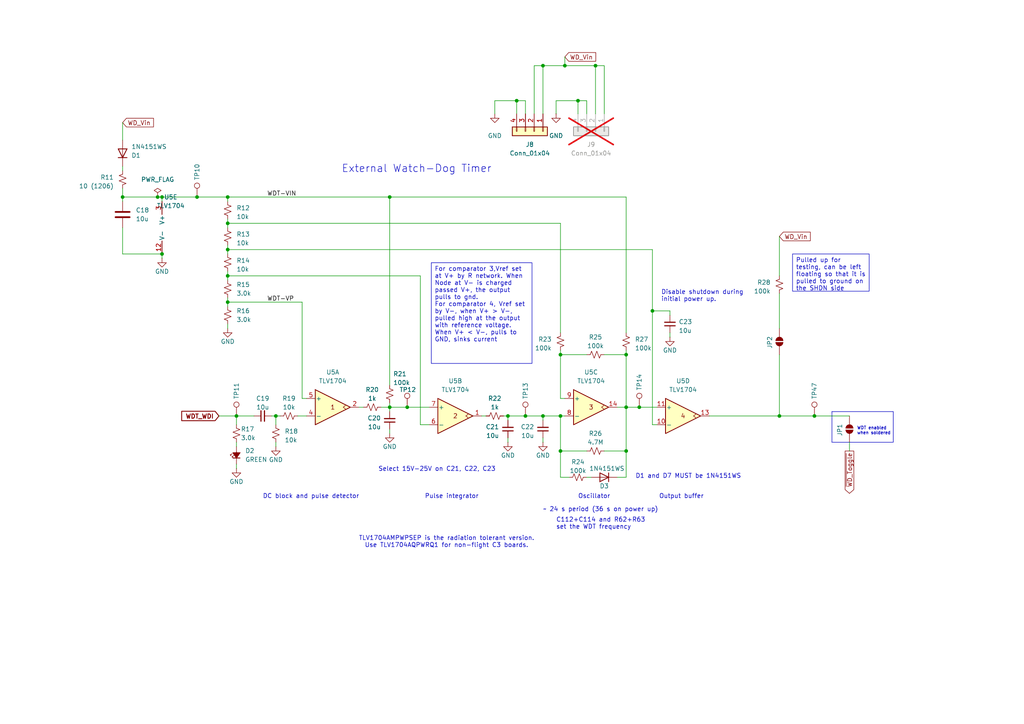
<source format=kicad_sch>
(kicad_sch (version 20250114) (generator "eeschema") (generator_version "9.0")
  (paper "A4")
  (lib_symbols
    (symbol "Connector:TestPoint" (pin_numbers (hide yes)) (pin_names (offset 0.762) (hide yes))
      (property "Reference" "TP" (at 0 6.858 0))
      (property "Value" "TestPoint" (at 0 5.08 0))
      (symbol "TestPoint_0_1"
        (circle (center 0 3.302) (radius 0.762))
      )
      (symbol "TestPoint_1_1"
        (pin passive line (at 0 0 90) (length 2.54) (name "1") (number "1"))
      )
    )
    (symbol "Connector_Generic:Conn_01x04" (pin_names (offset 1.016) (hide yes))
      (property "Reference" "J" (at 0 5.08 0))
      (property "Value" "Conn_01x04" (at 0 -7.62 0))
      (symbol "Conn_01x04_1_1"
        (rectangle (start -1.27 3.81) (end 1.27 -6.35) (stroke (width 0.254)) (fill (type background)))
        (rectangle (start -1.27 2.667) (end 0 2.413) (stroke (width 0.1524)))
        (rectangle (start -1.27 0.127) (end 0 -0.127) (stroke (width 0.1524)))
        (rectangle (start -1.27 -2.413) (end 0 -2.667) (stroke (width 0.1524)))
        (rectangle (start -1.27 -4.953) (end 0 -5.207) (stroke (width 0.1524)))
        (pin passive line (at -5.08 2.54 0) (length 3.81) (name "Pin_1") (number "1"))
        (pin passive line (at -5.08 0 0) (length 3.81) (name "Pin_2") (number "2"))
        (pin passive line (at -5.08 -2.54 0) (length 3.81) (name "Pin_3") (number "3"))
        (pin passive line (at -5.08 -5.08 0) (length 3.81) (name "Pin_4") (number "4"))
      )
    )
    (symbol "Device:C" (pin_numbers (hide yes)) (pin_names (offset 0.254))
      (property "Reference" "C" (at 0.635 2.54 0))
      (property "Value" "C" (at 0.635 -2.54 0))
      (symbol "C_0_1"
        (polyline (pts (xy -2.032 0.762) (xy 2.032 0.762)) (stroke (width 0.508)))
        (polyline (pts (xy -2.032 -0.762) (xy 2.032 -0.762)) (stroke (width 0.508)))
      )
      (symbol "C_1_1"
        (pin passive line (at 0 3.81 270) (length 2.794) (name "~") (number "1"))
        (pin passive line (at 0 -3.81 90) (length 2.794) (name "~") (number "2"))
      )
    )
    (symbol "Device:C_Small" (pin_numbers (hide yes)) (pin_names (offset 0.254) (hide yes))
      (property "Reference" "C" (at 0.254 1.778 0))
      (property "Value" "C_Small" (at 0.254 -2.032 0))
      (symbol "C_Small_0_1"
        (polyline (pts (xy -1.524 0.508) (xy 1.524 0.508)) (stroke (width 0.3048)))
        (polyline (pts (xy -1.524 -0.508) (xy 1.524 -0.508)) (stroke (width 0.3302)))
      )
      (symbol "C_Small_1_1"
        (pin passive line (at 0 2.54 270) (length 2.032) (name "~") (number "1"))
        (pin passive line (at 0 -2.54 90) (length 2.032) (name "~") (number "2"))
      )
    )
    (symbol "Device:D" (pin_numbers (hide yes)) (pin_names (offset 1.016) (hide yes))
      (property "Reference" "D" (at 0 2.54 0))
      (property "Value" "D" (at 0 -2.54 0))
      (symbol "D_0_1"
        (polyline (pts (xy -1.27 1.27) (xy -1.27 -1.27)) (stroke (width 0.254)))
        (polyline (pts (xy 1.27 1.27) (xy 1.27 -1.27) (xy -1.27 0) (xy 1.27 1.27)) (stroke (width 0.254)))
        (polyline (pts (xy 1.27 0) (xy -1.27 0)))
      )
      (symbol "D_1_1"
        (pin passive line (at -3.81 0 0) (length 2.54) (name "K") (number "1"))
        (pin passive line (at 3.81 0 180) (length 2.54) (name "A") (number "2"))
      )
    )
    (symbol "Device:LED_Small_Filled" (pin_numbers (hide yes)) (pin_names (offset 0.254) (hide yes))
      (property "Reference" "D" (at -1.27 3.175 0))
      (property "Value" "LED_Small_Filled" (at -4.445 -2.54 0))
      (symbol "LED_Small_Filled_0_1"
        (polyline (pts (xy -0.762 -1.016) (xy -0.762 1.016)) (stroke (width 0.254)))
        (polyline (pts (xy 0 0.762) (xy -0.508 1.27) (xy -0.254 1.27) (xy -0.508 1.27) (xy -0.508 1.016)))
        (polyline (pts (xy 0.508 1.27) (xy 0 1.778) (xy 0.254 1.778) (xy 0 1.778) (xy 0 1.524)))
        (polyline (pts (xy 0.762 -1.016) (xy -0.762 0) (xy 0.762 1.016) (xy 0.762 -1.016)) (stroke (width 0.254)) (fill (type outline)))
        (polyline (pts (xy 1.016 0) (xy -0.762 0)))
      )
      (symbol "LED_Small_Filled_1_1"
        (pin passive line (at -2.54 0 0) (length 1.778) (name "K") (number "1"))
        (pin passive line (at 2.54 0 180) (length 1.778) (name "A") (number "2"))
      )
    )
    (symbol "Device:R_Small_US" (pin_numbers (hide yes)) (pin_names (offset 0.254) (hide yes))
      (property "Reference" "R" (at 0.762 0.508 0))
      (property "Value" "R_Small_US" (at 0.762 -1.016 0))
      (symbol "R_Small_US_1_1"
        (polyline (pts (xy 0 1.524) (xy 1.016 1.143) (xy 0 0.762) (xy -1.016 0.381) (xy 0 0)))
        (polyline (pts (xy 0 0) (xy 1.016 -0.381) (xy 0 -0.762) (xy -1.016 -1.143) (xy 0 -1.524)))
        (pin passive line (at 0 2.54 270) (length 1.016) (name "~") (number "1"))
        (pin passive line (at 0 -2.54 90) (length 1.016) (name "~") (number "2"))
      )
    )
    (symbol "Jumper:SolderJumper_2_Open" (pin_numbers (hide yes)) (pin_names (offset 0) (hide yes)) (exclude_from_sim yes) (in_bom no)
      (property "Reference" "JP" (at 0 2.032 0))
      (property "Value" "SolderJumper_2_Open" (at 0 -2.54 0))
      (symbol "SolderJumper_2_Open_0_1"
        (polyline (pts (xy -0.254 1.016) (xy -0.254 -1.016)))
        (arc (start -0.254 -1.016) (mid -1.2656 0) (end -0.254 1.016))
        (arc (start -0.254 -1.016) (mid -1.2656 0) (end -0.254 1.016) (fill (type outline)))
        (arc (start 0.254 1.016) (mid 1.2656 0) (end 0.254 -1.016))
        (arc (start 0.254 1.016) (mid 1.2656 0) (end 0.254 -1.016) (fill (type outline)))
        (polyline (pts (xy 0.254 1.016) (xy 0.254 -1.016)))
      )
      (symbol "SolderJumper_2_Open_1_1"
        (pin passive line (at -3.81 0 0) (length 2.54) (name "A") (number "1"))
        (pin passive line (at 3.81 0 180) (length 2.54) (name "B") (number "2"))
      )
    )
    (symbol "TLV1704:TLV1704AIPWR" (pin_names (offset 0.127))
      (property "Reference" "U4" (at 0 8.89 0))
      (property "Value" "TLV1704" (at 0 6.35 0))
      (symbol "TLV1704AIPWR_1_1"
        (polyline (pts (xy -5.08 5.08) (xy 5.08 0) (xy -5.08 -5.08) (xy -5.08 5.08)) (stroke (width 0.254)) (fill (type background)))
        (polyline (pts (xy 3.048 0) (xy 3.81 -0.635)))
        (polyline (pts (xy 3.81 0.635) (xy 3.048 0)))
        (text "1" (at 0 0 0) (effects (font (size 1.27 1.27))))
        (pin input line (at -7.62 2.54 0) (length 2.54) (name "+") (number "5"))
        (pin input line (at -7.62 -2.54 0) (length 2.54) (name "-") (number "4"))
        (pin open_collector line (at 7.62 0 180) (length 2.54) (name "~") (number "2"))
      )
      (symbol "TLV1704AIPWR_2_1"
        (polyline (pts (xy -5.08 5.08) (xy 5.08 0) (xy -5.08 -5.08) (xy -5.08 5.08)) (stroke (width 0.254)) (fill (type background)))
        (polyline (pts (xy 3.048 0) (xy 3.81 -0.635)))
        (polyline (pts (xy 3.81 0.635) (xy 3.048 0)))
        (text "2" (at 0 0 0) (effects (font (size 1.27 1.27))))
        (pin input line (at -7.62 2.54 0) (length 2.54) (name "+") (number "7"))
        (pin input line (at -7.62 -2.54 0) (length 2.54) (name "-") (number "6"))
        (pin open_collector line (at 7.62 0 180) (length 2.54) (name "~") (number "1"))
      )
      (symbol "TLV1704AIPWR_3_1"
        (polyline (pts (xy -5.08 5.08) (xy 5.08 0) (xy -5.08 -5.08) (xy -5.08 5.08)) (stroke (width 0.254)) (fill (type background)))
        (polyline (pts (xy 3.048 0) (xy 3.81 -0.635)))
        (polyline (pts (xy 3.81 0.635) (xy 3.048 0)))
        (text "3" (at 0 0 0) (effects (font (size 1.27 1.27))))
        (pin input line (at -7.62 2.54 0) (length 2.54) (name "+") (number "9"))
        (pin input line (at -7.62 -2.54 0) (length 2.54) (name "-") (number "8"))
        (pin open_collector line (at 7.62 0 180) (length 2.54) (name "~") (number "14"))
      )
      (symbol "TLV1704AIPWR_4_1"
        (polyline (pts (xy -5.08 5.08) (xy 5.08 0) (xy -5.08 -5.08) (xy -5.08 5.08)) (stroke (width 0.254)) (fill (type background)))
        (polyline (pts (xy 3.048 0) (xy 3.81 -0.635)))
        (polyline (pts (xy 3.81 0.635) (xy 3.048 0)))
        (text "4" (at 0 0 0) (effects (font (size 1.27 1.27))))
        (pin input line (at -7.62 2.54 0) (length 2.54) (name "+") (number "11"))
        (pin input line (at -7.62 -2.54 0) (length 2.54) (name "-") (number "10"))
        (pin open_collector line (at 7.62 0 180) (length 2.54) (name "~") (number "13"))
      )
      (symbol "TLV1704AIPWR_5_1"
        (pin power_in line (at -2.54 7.62 270) (length 3.81) (name "V+") (number "3"))
        (pin power_in line (at -2.54 -7.62 90) (length 3.81) (name "V-") (number "12"))
      )
    )
    (symbol "power:GND" (power) (pin_numbers (hide yes)) (pin_names (offset 0) (hide yes))
      (property "Value" "GND" (at 0 -3.81 0))
      (symbol "GND_0_1"
        (polyline (pts (xy 0 0) (xy 0 -1.27) (xy 1.27 -1.27) (xy 0 -2.54) (xy -1.27 -1.27) (xy 0 -1.27)))
      )
      (symbol "GND_1_1"
        (pin power_in line (at 0 0 270) (length 0) (name "~") (number "1"))
      )
    )
    (symbol "power:PWR_FLAG" (power) (pin_numbers (hide yes)) (pin_names (offset 0) (hide yes))
      (property "Value" "PWR_FLAG" (at 0 3.81 0))
      (symbol "PWR_FLAG_0_0"
        (pin power_out line (at 0 0 90) (length 0) (name "~") (number "1"))
      )
      (symbol "PWR_FLAG_0_1"
        (polyline (pts (xy 0 0) (xy 0 1.27) (xy -1.016 1.905) (xy 0 2.54) (xy 1.016 1.905) (xy 0 1.27)))
      )
    )
  )
  (text "Pulse integrator" (at 123.19 144.78 0) (effects (font (size 1.27 1.27)) (justify left bottom)))
  (text "D1 and D7 MUST be 1N4151WS" (at 199.644 138.176 0) (effects (font (size 1.27 1.27))))
  (text "TLV1704AMPWPSEP is the radiation tolerant version.\nUse TLV1704AQPWRQ1 for non-flight C3 boards." (at 129.54 157.226 0) (effects (font (size 1.27 1.27))))
  (text "DC block and pulse detector" (at 76.2 144.78 0) (effects (font (size 1.27 1.27)) (justify left bottom)))
  (text "Select 15V-25V on C21, C22, C23" (at 126.746 136.144 0) (effects (font (size 1.27 1.27))))
  (text "WDT enabled\nwhen soldered" (at 248.539 126.238 0) (effects (font (size 0.889 0.889)) (justify left bottom)))
  (text "Disable shutdown during\ninitial power up." (at 191.77 87.63 0) (effects (font (size 1.27 1.27)) (justify left bottom)))
  (text "C112+C114 and R62+R63 \nset the WDT frequency" (at 161.29 153.67 0) (effects (font (size 1.27 1.27)) (justify left bottom)))
  (text "Oscillator" (at 167.64 144.78 0) (effects (font (size 1.27 1.27)) (justify left bottom)))
  (text "~ 24 s period (36 s on power up)" (at 157.48 148.59 0) (effects (font (size 1.27 1.27)) (justify left bottom)))
  (text "Output buffer" (at 191.135 144.78 0) (effects (font (size 1.27 1.27)) (justify left bottom)))
  (text "External Watch-Dog Timer" (at 99.06 50.292 0) (effects (font (size 2.159 2.159)) (justify left bottom)))
  (text_box "Pulled up for testing, can be left floating so that it is pulled to ground on the SHDN side" (at 229.87 73.66 0) (size 22.225 10.795) (margins 0.9525 0.9525 0.9525 0.9525) (effects (font (size 1.27 1.27)) (justify left top)))
  (text_box "For comparator 3,Vref set at V+ by R network. When Node at V- is charged passed V+, the output pulls to gnd.\nFor comparator 4, Vref set by V-, when V+ > V-, pulled high at the output with reference voltage. When V+ < V-, pulls to GND, sinks current\n\n" (at 125.095 76.2 0) (size 29.21 29.21) (margins 0.9525 0.9525 0.9525 0.9525) (effects (font (size 1.27 1.27)) (justify left top)))
  (junction (at 66.04 72.39))
  (junction (at 149.86 29.21))
  (junction (at 46.99 57.15))
  (junction (at 66.04 80.01))
  (junction (at 113.03 118.11))
  (junction (at 226.06 120.65))
  (junction (at 189.23 90.17))
  (junction (at 35.56 57.15))
  (junction (at 147.32 120.65))
  (junction (at 163.83 19.05))
  (junction (at 181.61 102.87))
  (junction (at 152.4 120.65))
  (junction (at 181.61 130.81))
  (junction (at 181.61 118.11))
  (junction (at 113.03 57.15))
  (junction (at 80.01 120.65))
  (junction (at 236.22 120.65))
  (junction (at 66.04 57.15))
  (junction (at 57.15 57.15))
  (junction (at 46.99 73.66))
  (junction (at 172.72 19.05))
  (junction (at 162.56 130.81))
  (junction (at 185.42 118.11))
  (junction (at 162.56 120.65))
  (junction (at 68.58 120.65))
  (junction (at 66.04 64.77))
  (junction (at 167.64 29.21))
  (junction (at 45.72 57.15))
  (junction (at 162.56 102.87))
  (junction (at 157.48 19.05))
  (junction (at 157.48 120.65))
  (junction (at 66.04 87.63))
  (junction (at 118.11 118.11))
  (wire (pts (xy 110.49 118.11) (xy 113.03 118.11)))
  (wire (pts (xy 113.03 125.73) (xy 113.03 124.46)))
  (wire (pts (xy 189.23 123.19) (xy 190.5 123.19)))
  (wire (pts (xy 68.58 120.65) (xy 73.66 120.65)))
  (polyline (pts (xy 259.08 119.38) (xy 259.08 128.27)))
  (wire (pts (xy 147.32 120.65) (xy 152.4 120.65)))
  (wire (pts (xy 226.06 120.65) (xy 236.22 120.65)))
  (wire (pts (xy 175.26 19.05) (xy 172.72 19.05)))
  (wire (pts (xy 194.31 97.79) (xy 194.31 96.52)))
  (wire (pts (xy 46.99 58.42) (xy 46.99 57.15)))
  (wire (pts (xy 181.61 118.11) (xy 185.42 118.11)))
  (wire (pts (xy 35.56 57.15) (xy 45.72 57.15)))
  (wire (pts (xy 157.48 19.05) (xy 163.83 19.05)))
  (wire (pts (xy 157.48 128.27) (xy 157.48 127)))
  (wire (pts (xy 113.03 118.11) (xy 118.11 118.11)))
  (wire (pts (xy 162.56 101.6) (xy 162.56 102.87)))
  (wire (pts (xy 35.56 57.15) (xy 35.56 58.42)))
  (wire (pts (xy 172.72 19.05) (xy 163.83 19.05)))
  (wire (pts (xy 154.94 19.05) (xy 157.48 19.05)))
  (wire (pts (xy 149.86 29.21) (xy 143.51 29.21)))
  (wire (pts (xy 194.31 91.44) (xy 194.31 90.17)))
  (wire (pts (xy 236.22 120.65) (xy 246.38 120.65)))
  (wire (pts (xy 66.04 80.01) (xy 121.92 80.01)))
  (wire (pts (xy 66.04 80.01) (xy 66.04 81.28)))
  (wire (pts (xy 118.11 118.11) (xy 124.46 118.11)))
  (polyline (pts (xy 259.08 128.27) (xy 241.3 128.27)))
  (wire (pts (xy 167.64 29.21) (xy 161.29 29.21)))
  (wire (pts (xy 167.64 33.02) (xy 167.64 29.21)))
  (wire (pts (xy 189.23 72.39) (xy 189.23 90.17)))
  (wire (pts (xy 35.56 73.66) (xy 46.99 73.66)))
  (wire (pts (xy 86.36 120.65) (xy 88.9 120.65)))
  (wire (pts (xy 146.05 120.65) (xy 147.32 120.65)))
  (wire (pts (xy 143.51 29.21) (xy 143.51 33.02)))
  (wire (pts (xy 66.04 87.63) (xy 66.04 88.9)))
  (wire (pts (xy 162.56 120.65) (xy 163.83 120.65)))
  (wire (pts (xy 167.64 29.21) (xy 170.18 29.21)))
  (wire (pts (xy 162.56 130.81) (xy 162.56 120.65)))
  (wire (pts (xy 46.99 74.93) (xy 46.99 73.66)))
  (polyline (pts (xy 241.3 128.27) (xy 241.3 119.38)))
  (wire (pts (xy 66.04 72.39) (xy 189.23 72.39)))
  (wire (pts (xy 63.5 120.65) (xy 68.58 120.65)))
  (wire (pts (xy 80.01 128.27) (xy 80.01 129.54)))
  (wire (pts (xy 226.06 102.87) (xy 226.06 120.65)))
  (wire (pts (xy 175.26 33.02) (xy 175.26 19.05)))
  (wire (pts (xy 181.61 130.81) (xy 181.61 118.11)))
  (wire (pts (xy 152.4 29.21) (xy 152.4 33.02)))
  (wire (pts (xy 66.04 64.77) (xy 162.56 64.77)))
  (wire (pts (xy 121.92 80.01) (xy 121.92 123.19)))
  (wire (pts (xy 149.86 33.02) (xy 149.86 29.21)))
  (wire (pts (xy 66.04 87.63) (xy 87.63 87.63)))
  (wire (pts (xy 170.18 29.21) (xy 170.18 33.02)))
  (wire (pts (xy 113.03 57.15) (xy 66.04 57.15)))
  (wire (pts (xy 162.56 102.87) (xy 170.18 102.87)))
  (wire (pts (xy 175.26 130.81) (xy 181.61 130.81)))
  (wire (pts (xy 189.23 90.17) (xy 189.23 123.19)))
  (wire (pts (xy 157.48 19.05) (xy 157.48 33.02)))
  (wire (pts (xy 35.56 35.56) (xy 35.56 40.64)))
  (wire (pts (xy 66.04 58.42) (xy 66.04 57.15)))
  (wire (pts (xy 66.04 78.74) (xy 66.04 80.01)))
  (wire (pts (xy 162.56 115.57) (xy 162.56 102.87)))
  (wire (pts (xy 87.63 87.63) (xy 87.63 115.57)))
  (wire (pts (xy 175.26 102.87) (xy 181.61 102.87)))
  (wire (pts (xy 113.03 57.15) (xy 181.61 57.15)))
  (wire (pts (xy 246.38 128.27) (xy 246.38 130.81)))
  (wire (pts (xy 66.04 63.5) (xy 66.04 64.77)))
  (wire (pts (xy 46.99 57.15) (xy 57.15 57.15)))
  (wire (pts (xy 66.04 71.12) (xy 66.04 72.39)))
  (wire (pts (xy 35.56 66.04) (xy 35.56 73.66)))
  (wire (pts (xy 181.61 102.87) (xy 181.61 118.11)))
  (wire (pts (xy 170.18 130.81) (xy 162.56 130.81)))
  (wire (pts (xy 66.04 64.77) (xy 66.04 66.04)))
  (wire (pts (xy 113.03 118.11) (xy 113.03 116.84)))
  (wire (pts (xy 163.83 19.05) (xy 163.83 16.51)))
  (wire (pts (xy 78.74 120.65) (xy 80.01 120.65)))
  (wire (pts (xy 68.58 128.27) (xy 68.58 129.54)))
  (wire (pts (xy 121.92 123.19) (xy 124.46 123.19)))
  (wire (pts (xy 66.04 93.98) (xy 66.04 95.25)))
  (wire (pts (xy 35.56 48.26) (xy 35.56 49.53)))
  (wire (pts (xy 162.56 138.43) (xy 162.56 130.81)))
  (wire (pts (xy 57.15 57.15) (xy 66.04 57.15)))
  (wire (pts (xy 68.58 123.19) (xy 68.58 120.65)))
  (wire (pts (xy 185.42 118.11) (xy 190.5 118.11)))
  (wire (pts (xy 172.72 33.02) (xy 172.72 19.05)))
  (wire (pts (xy 162.56 138.43) (xy 165.1 138.43)))
  (wire (pts (xy 66.04 86.36) (xy 66.04 87.63)))
  (wire (pts (xy 139.7 120.65) (xy 140.97 120.65)))
  (polyline (pts (xy 241.3 119.38) (xy 259.08 119.38)))
  (wire (pts (xy 113.03 118.11) (xy 113.03 119.38)))
  (wire (pts (xy 66.04 72.39) (xy 66.04 73.66)))
  (wire (pts (xy 35.56 54.61) (xy 35.56 57.15)))
  (wire (pts (xy 104.14 118.11) (xy 105.41 118.11)))
  (wire (pts (xy 154.94 33.02) (xy 154.94 19.05)))
  (wire (pts (xy 149.86 29.21) (xy 152.4 29.21)))
  (wire (pts (xy 80.01 120.65) (xy 80.01 123.19)))
  (wire (pts (xy 162.56 96.52) (xy 162.56 64.77)))
  (wire (pts (xy 163.83 115.57) (xy 162.56 115.57)))
  (wire (pts (xy 205.74 120.65) (xy 226.06 120.65)))
  (wire (pts (xy 157.48 120.65) (xy 162.56 120.65)))
  (wire (pts (xy 170.18 138.43) (xy 171.45 138.43)))
  (wire (pts (xy 157.48 121.92) (xy 157.48 120.65)))
  (wire (pts (xy 113.03 57.15) (xy 113.03 111.76)))
  (wire (pts (xy 179.07 118.11) (xy 181.61 118.11)))
  (wire (pts (xy 181.61 138.43) (xy 181.61 130.81)))
  (wire (pts (xy 179.07 138.43) (xy 181.61 138.43)))
  (wire (pts (xy 226.06 85.09) (xy 226.06 95.25)))
  (wire (pts (xy 45.72 57.15) (xy 46.99 57.15)))
  (wire (pts (xy 226.06 68.58) (xy 226.06 80.01)))
  (wire (pts (xy 80.01 120.65) (xy 81.28 120.65)))
  (wire (pts (xy 87.63 115.57) (xy 88.9 115.57)))
  (wire (pts (xy 181.61 96.52) (xy 181.61 57.15)))
  (wire (pts (xy 152.4 120.65) (xy 157.48 120.65)))
  (wire (pts (xy 181.61 101.6) (xy 181.61 102.87)))
  (wire (pts (xy 189.23 90.17) (xy 194.31 90.17)))
  (wire (pts (xy 147.32 120.65) (xy 147.32 121.92)))
  (wire (pts (xy 68.58 135.89) (xy 68.58 134.62)))
  (wire (pts (xy 161.29 29.21) (xy 161.29 33.02)))
  (wire (pts (xy 147.32 128.27) (xy 147.32 127)))
  (label "WDT-VP" (at 77.47 87.63 0))
  (label "WDT-VIN" (at 77.47 57.15 0))
  (global_label "WD_Vin" (shape input) (at 226.06 68.58 0) (property "Intersheetrefs" "${INTERSHEET_REFS}" (effects (hide yes))))
  (global_label "~{WD_Toggle}" (shape output) (at 246.38 130.81 270) (property "Intersheetrefs" "${INTERSHEET_REFS}" (effects (hide yes))))
  (global_label "WD_Vin" (shape input) (at 35.56 35.56 0) (property "Intersheetrefs" "${INTERSHEET_REFS}" (effects (hide yes))))
  (global_label "WDT_WDI" (shape input) (at 63.5 120.65 180) (effects (font (thickness 0.254) (bold yes))) (property "Intersheetrefs" "${INTERSHEET_REFS}" (effects (hide yes))))
  (global_label "WD_Vin" (shape input) (at 163.83 16.51 0) (property "Intersheetrefs" "${INTERSHEET_REFS}" (effects (hide yes))))
  (symbol (lib_id "Device:C_Small") (at 113.03 121.92 0) (mirror x) (unit 1)
    (property "Reference" "C20" (at 110.49 121.2786 0) (effects (justify right)))
    (property "Value" "10u" (at 110.49 123.8186 0) (effects (justify right)))
    (property "Footprint" "Capacitor_SMD:C_1210_3225Metric" (effects (hide yes)))
    (property "Description" "Unpolarized capacitor, small symbol" (effects (hide yes)))
    (property "DPN" "490-12317-1-ND" (effects (hide yes)))
    (property "DST" "Digi-Key" (effects (hide yes)))
    (property "MFR" "Murata" (effects (hide yes)))
    (property "MPN" "GRT188R61C106KE13D" (effects (hide yes)))
  )
  (symbol (lib_id "Device:R_Small_US") (at 68.58 125.73 0) (unit 1)
    (property "Reference" "R17" (at 69.85 124.46 0) (effects (justify left)))
    (property "Value" "3.0k" (at 69.85 127 0) (effects (justify left)))
    (property "Footprint" "Resistor_SMD:R_0603_1608Metric" (effects (hide yes)))
    (property "Description" "Resistor, small US symbol" (effects (hide yes)))
    (property "DPN" "RMCF0603FT3K00CT-ND" (effects (hide yes)))
    (property "DST" "Digi-Key" (effects (hide yes)))
    (property "MFR" "Stackpole Electronics Inc" (effects (hide yes)))
    (property "MPN" "RMCF0603FT3K00" (effects (hide yes)))
    (property "LCSC" "C4211" (effects (hide yes)))
  )
  (symbol (lib_id "Connector_Generic:Conn_01x04") (at 172.72 38.1 270) (unit 1) (on_board no) (dnp yes)
    (property "Reference" "J9" (at 171.45 41.91 90))
    (property "Value" "Conn_01x04" (at 171.45 44.45 90))
    (property "Footprint" "Connector_PinSocket_2.54mm:PinSocket_1x04_P2.54mm_Vertical" (effects (hide yes)))
    (property "Description" "Generic connector, single row, 01x04, script generated (kicad-library-utils/schlib/autogen/connector/)" (effects (hide yes)))
  )
  (symbol (lib_id "power:GND") (at 66.04 95.25 0) (unit 1)
    (property "Reference" "#PWR023" (effects (hide yes)))
    (property "Value" "GND" (at 66.04 99.06 0))
    (property "Description" "Power symbol creates a global label with name \"GND\" , ground" (effects (hide yes)))
  )
  (symbol (lib_id "power:GND") (at 147.32 128.27 0) (mirror y) (unit 1)
    (property "Reference" "#PWR028" (effects (hide yes)))
    (property "Value" "GND" (at 147.32 132.08 0))
    (property "Description" "Power symbol creates a global label with name \"GND\" , ground" (effects (hide yes)))
  )
  (symbol (lib_id "power:GND") (at 80.01 129.54 0) (unit 1)
    (property "Reference" "#PWR025" (effects (hide yes)))
    (property "Value" "GND" (at 80.01 133.35 0))
    (property "Description" "Power symbol creates a global label with name \"GND\" , ground" (effects (hide yes)))
  )
  (symbol (lib_id "Device:D") (at 35.56 44.45 270) (mirror x) (unit 1)
    (property "Reference" "D1" (at 38.1 45.085 90) (effects (justify left)))
    (property "Value" "1N4151WS" (at 38.1 42.545 90) (effects (justify left)))
    (property "Footprint" "Diode_SMD:D_SOD-323" (effects (hide yes)))
    (property "Description" "Diode" (effects (hide yes)))
    (property "DPN" "112-1N4151WS-E3-08CT-ND" (effects (hide yes)))
    (property "DST" "Digi-Key" (effects (hide yes)))
    (property "MFR" "Vishay" (effects (hide yes)))
    (property "MPN" "1N4151WS-E3-08" (effects (hide yes)))
    (property "Sim.Device" "D" (effects (hide yes)))
    (property "Sim.Pins" "1=K 2=A" (effects (hide yes)))
  )
  (symbol (lib_id "Connector:TestPoint") (at 152.4 120.65 0) (unit 1)
    (property "Reference" "TP13" (at 152.4 115.824 90) (effects (justify left)))
    (property "Value" "TestPoint" (effects (hide yes)))
    (property "Footprint" "TestPoint:TestPoint_Pad_1.0x1.0mm" (effects (hide yes)))
    (property "Description" "test point" (effects (hide yes)))
  )
  (symbol (lib_id "Device:R_Small_US") (at 66.04 68.58 0) (unit 1)
    (property "Reference" "R13" (at 68.58 67.945 0) (effects (justify left)))
    (property "Value" "10k" (at 68.58 70.485 0) (effects (justify left)))
    (property "Footprint" "Resistor_SMD:R_0603_1608Metric" (effects (hide yes)))
    (property "Description" "Resistor, small US symbol" (effects (hide yes)))
    (property "DPN" "RMCF0603FT10K0CT-ND" (effects (hide yes)))
    (property "DST" "Digi-Key" (effects (hide yes)))
    (property "MFR" "Stackpole Electronics Inc" (effects (hide yes)))
    (property "MPN" "RMCF0603FT10K0" (effects (hide yes)))
    (property "LCSC" "C13564" (effects (hide yes)))
  )
  (symbol (lib_id "Connector_Generic:Conn_01x04") (at 154.94 38.1 270) (unit 1)
    (property "Reference" "J8" (at 153.67 41.91 90))
    (property "Value" "Conn_01x04" (at 153.67 44.45 90))
    (property "Footprint" "Connector_PinSocket_2.54mm:PinSocket_1x04_P2.54mm_Vertical" (effects (hide yes)))
    (property "Description" "Generic connector, single row, 01x04, script generated (kicad-library-utils/schlib/autogen/connector/)" (effects (hide yes)))
  )
  (symbol (lib_id "power:GND") (at 46.99 74.93 0) (mirror y) (unit 1)
    (property "Reference" "#PWR022" (effects (hide yes)))
    (property "Value" "GND" (at 46.99 78.74 0))
    (property "Description" "Power symbol creates a global label with name \"GND\" , ground" (effects (hide yes)))
  )
  (symbol (lib_id "Connector:TestPoint") (at 57.15 57.15 0) (unit 1)
    (property "Reference" "TP10" (at 57.15 52.324 90) (effects (justify left)))
    (property "Value" "TestPoint" (effects (hide yes)))
    (property "Footprint" "TestPoint:TestPoint_Pad_1.0x1.0mm" (effects (hide yes)))
    (property "Description" "test point" (effects (hide yes)))
  )
  (symbol (lib_id "Jumper:SolderJumper_2_Open") (at 246.38 124.46 270) (unit 1)
    (property "Reference" "JP1" (at 243.586 124.714 0))
    (property "Value" "SolderJumper_2_Open" (effects (hide yes)))
    (property "Footprint" "Jumper:SolderJumper-2_P1.3mm_Open_RoundedPad1.0x1.5mm" (effects (hide yes)))
    (property "Description" "Solder Jumper, 2-pole, open" (effects (hide yes)))
  )
  (symbol (lib_id "Device:R_Small_US") (at 162.56 99.06 0) (mirror x) (unit 1)
    (property "Reference" "R23" (at 160.02 98.425 0) (effects (justify right)))
    (property "Value" "100k" (at 160.02 100.965 0) (effects (justify right)))
    (property "Footprint" "Resistor_SMD:R_0603_1608Metric" (effects (hide yes)))
    (property "Description" "Resistor, small US symbol" (effects (hide yes)))
    (property "DPN" "RMCF0603FT100KCT-ND" (effects (hide yes)))
    (property "DST" "Digi-Key" (effects (hide yes)))
    (property "MFR" "Stackpole Electronics Inc" (effects (hide yes)))
    (property "MPN" "RMCF0603FT100K" (effects (hide yes)))
    (property "LCSC" "C14675" (effects (hide yes)))
  )
  (symbol (lib_id "Device:R_Small_US") (at 66.04 76.2 0) (unit 1)
    (property "Reference" "R14" (at 68.58 75.565 0) (effects (justify left)))
    (property "Value" "10k" (at 68.58 78.105 0) (effects (justify left)))
    (property "Footprint" "Resistor_SMD:R_0603_1608Metric" (effects (hide yes)))
    (property "Description" "Resistor, small US symbol" (effects (hide yes)))
    (property "DPN" "RMCF0603FT10K0CT-ND" (effects (hide yes)))
    (property "DST" "Digi-Key" (effects (hide yes)))
    (property "MFR" "Stackpole Electronics Inc" (effects (hide yes)))
    (property "MPN" "RMCF0603FT10K0" (effects (hide yes)))
    (property "LCSC" "C13564" (effects (hide yes)))
  )
  (symbol (lib_id "Device:LED_Small_Filled") (at 68.58 132.08 90) (unit 1)
    (property "Reference" "D2" (at 71.12 130.7465 90) (effects (justify right)))
    (property "Value" "GREEN" (at 71.12 133.2865 90) (effects (justify right)))
    (property "Footprint" "LED_SMD:LED_0603_1608Metric" (effects (hide yes)))
    (property "Description" "Light emitting diode, small symbol, filled shape" (effects (hide yes)))
    (property "DPN" "732-4971-1-ND" (effects (hide yes)))
    (property "DST" "Digi-Key" (effects (hide yes)))
    (property "MFR" "Wurth" (effects (hide yes)))
    (property "MPN" "150060GS75000" (effects (hide yes)))
    (property "Sim.Pins" "1=K 2=A" (effects (hide yes)))
  )
  (symbol (lib_id "Device:R_Small_US") (at 66.04 60.96 0) (unit 1)
    (property "Reference" "R12" (at 68.58 60.325 0) (effects (justify left)))
    (property "Value" "10k" (at 68.58 62.865 0) (effects (justify left)))
    (property "Footprint" "Resistor_SMD:R_0603_1608Metric" (effects (hide yes)))
    (property "Description" "Resistor, small US symbol" (effects (hide yes)))
    (property "DPN" "RMCF0603FT10K0CT-ND" (effects (hide yes)))
    (property "DST" "Digi-Key" (effects (hide yes)))
    (property "MFR" "Stackpole Electronics Inc" (effects (hide yes)))
    (property "MPN" "RMCF0603FT10K0" (effects (hide yes)))
    (property "LCSC" "C13564" (effects (hide yes)))
  )
  (symbol (lib_id "Device:C_Small") (at 147.32 124.46 0) (mirror x) (unit 1)
    (property "Reference" "C21" (at 144.78 123.8186 0) (effects (justify right)))
    (property "Value" "10u" (at 144.78 126.3586 0) (effects (justify right)))
    (property "Footprint" "Capacitor_SMD:C_1210_3225Metric" (effects (hide yes)))
    (property "Description" "Unpolarized capacitor, small symbol" (effects (hide yes)))
    (property "DPN" "490-12317-1-ND" (effects (hide yes)))
    (property "DST" "Digi-Key" (effects (hide yes)))
    (property "MFR" "Murata" (effects (hide yes)))
    (property "MPN" "GRT188R61C106KE13D" (effects (hide yes)))
  )
  (symbol (lib_id "power:PWR_FLAG") (at 45.72 57.15 0) (unit 1)
    (property "Reference" "#FLG05" (effects (hide yes)))
    (property "Value" "PWR_FLAG" (at 45.72 52.07 0))
    (property "Description" "Special symbol for telling ERC where power comes from" (effects (hide yes)))
  )
  (symbol (lib_id "Device:C_Small") (at 76.2 120.65 90) (unit 1)
    (property "Reference" "C19" (at 76.2063 115.57 90))
    (property "Value" "10u" (at 76.2063 118.11 90))
    (property "Footprint" "Capacitor_SMD:C_1210_3225Metric" (effects (hide yes)))
    (property "Description" "Unpolarized capacitor, small symbol" (effects (hide yes)))
    (property "DPN" "490-12317-1-ND" (effects (hide yes)))
    (property "DST" "Digi-Key" (effects (hide yes)))
    (property "MFR" "Murata" (effects (hide yes)))
    (property "MPN" "GRT188R61C106KE13D" (effects (hide yes)))
  )
  (symbol (lib_id "TLV1704:TLV1704AIPWR") (at 132.08 120.65 0) (unit 2)
    (property "Reference" "U5" (at 132.08 110.49 0))
    (property "Value" "TLV1704" (at 132.08 113.03 0))
    (property "Footprint" "Package_SO:TSSOP-14_4.4x5mm_P0.65mm" (effects (hide yes)))
    (property "Datasheet" "https://www.ti.com/lit/ds/symlink/tlv1704-sep.pdf" (effects (hide yes)))
    (property "Description" "Analog Comparators 2.2-V to 36-V, radiation tolerant microPower quad comparator in space enhanced plastic 14-TSSOP -55 to 125" (effects (hide yes)))
    (property "MFR" "Texas Instruments" (effects (hide yes)))
    (property "MPN" "TLV1704AQPWRQ1" (effects (hide yes)))
    (property "DST" "Digi-Key" (effects (hide yes)))
    (property "DPN" "296-43799-2-ND" (effects (hide yes)))
    (property "LCSC" "C181596" (effects (hide yes)))
  )
  (symbol (lib_id "Connector:TestPoint") (at 118.11 118.11 0) (unit 1)
    (property "Reference" "TP12" (at 115.824 113.03 0) (effects (justify left)))
    (property "Value" "TestPoint" (effects (hide yes)))
    (property "Footprint" "TestPoint:TestPoint_Pad_1.0x1.0mm" (effects (hide yes)))
    (property "Description" "test point" (effects (hide yes)))
  )
  (symbol (lib_id "Device:R_Small_US") (at 66.04 83.82 0) (unit 1)
    (property "Reference" "R15" (at 68.58 82.55 0) (effects (justify left)))
    (property "Value" "3.0k" (at 68.58 85.09 0) (effects (justify left)))
    (property "Footprint" "Resistor_SMD:R_0603_1608Metric" (effects (hide yes)))
    (property "Description" "Resistor, small US symbol" (effects (hide yes)))
    (property "DPN" "RMCF0603FT3K00CT-ND" (effects (hide yes)))
    (property "DST" "Digi-Key" (effects (hide yes)))
    (property "MFR" "Stackpole Electronics Inc" (effects (hide yes)))
    (property "MPN" "RMCF0603FT3K00" (effects (hide yes)))
    (property "LCSC" "C4211" (effects (hide yes)))
  )
  (symbol (lib_id "Device:R_Small_US") (at 66.04 91.44 0) (unit 1)
    (property "Reference" "R16" (at 68.58 90.17 0) (effects (justify left)))
    (property "Value" "3.0k" (at 68.58 92.71 0) (effects (justify left)))
    (property "Footprint" "Resistor_SMD:R_0603_1608Metric" (effects (hide yes)))
    (property "Description" "Resistor, small US symbol" (effects (hide yes)))
    (property "DPN" "RMCF0603FT3K00CT-ND" (effects (hide yes)))
    (property "DST" "Digi-Key" (effects (hide yes)))
    (property "MFR" "Stackpole Electronics Inc" (effects (hide yes)))
    (property "MPN" "RMCF0603FT3K00" (effects (hide yes)))
    (property "LCSC" "C4211" (effects (hide yes)))
  )
  (symbol (lib_id "power:GND") (at 113.03 125.73 0) (unit 1)
    (property "Reference" "#PWR026" (effects (hide yes)))
    (property "Value" "GND" (at 113.03 129.54 0))
    (property "Description" "Power symbol creates a global label with name \"GND\" , ground" (effects (hide yes)))
  )
  (symbol (lib_id "Device:R_Small_US") (at 167.64 138.43 270) (unit 1)
    (property "Reference" "R24" (at 167.64 133.985 90))
    (property "Value" "100k" (at 167.64 136.525 90))
    (property "Footprint" "Resistor_SMD:R_0603_1608Metric" (effects (hide yes)))
    (property "Description" "Resistor, small US symbol" (effects (hide yes)))
    (property "DPN" "RMCF0603FT100KCT-ND" (effects (hide yes)))
    (property "DST" "Digi-Key" (effects (hide yes)))
    (property "MFR" "Stackpole Electronics Inc" (effects (hide yes)))
    (property "MPN" "RMCF0603FT100K" (effects (hide yes)))
    (property "LCSC" "C14675" (effects (hide yes)))
  )
  (symbol (lib_id "power:GND") (at 68.58 135.89 0) (unit 1)
    (property "Reference" "#PWR024" (effects (hide yes)))
    (property "Value" "GND" (at 68.58 139.7 0))
    (property "Description" "Power symbol creates a global label with name \"GND\" , ground" (effects (hide yes)))
  )
  (symbol (lib_id "TLV1704:TLV1704AIPWR") (at 198.12 120.65 0) (unit 4)
    (property "Reference" "U5" (at 198.12 110.49 0))
    (property "Value" "TLV1704" (at 198.12 113.03 0))
    (property "Footprint" "Package_SO:TSSOP-14_4.4x5mm_P0.65mm" (effects (hide yes)))
    (property "Datasheet" "https://www.ti.com/lit/ds/symlink/tlv1704-sep.pdf" (effects (hide yes)))
    (property "Description" "Analog Comparators 2.2-V to 36-V, radiation tolerant microPower quad comparator in space enhanced plastic 14-TSSOP -55 to 125" (effects (hide yes)))
    (property "MFR" "Texas Instruments" (effects (hide yes)))
    (property "MPN" "TLV1704AQPWRQ1" (effects (hide yes)))
    (property "DST" "Digi-Key" (effects (hide yes)))
    (property "DPN" "296-43799-2-ND" (effects (hide yes)))
    (property "LCSC" "C181596" (effects (hide yes)))
  )
  (symbol (lib_id "Device:D") (at 175.26 138.43 180) (unit 1)
    (property "Reference" "D3" (at 175.26 140.97 0))
    (property "Value" "1N4151WS" (at 176.022 135.89 0))
    (property "Footprint" "Diode_SMD:D_SOD-323" (effects (hide yes)))
    (property "Description" "Diode" (effects (hide yes)))
    (property "DPN" "112-1N4151WS-E3-08CT-ND" (effects (hide yes)))
    (property "DST" "Digi-Key" (effects (hide yes)))
    (property "MFR" "Vishay" (effects (hide yes)))
    (property "MPN" "1N4151WS-E3-08" (effects (hide yes)))
    (property "Sim.Device" "D" (effects (hide yes)))
    (property "Sim.Pins" "1=K 2=A" (effects (hide yes)))
  )
  (symbol (lib_id "power:GND") (at 194.31 97.79 0) (mirror y) (unit 1)
    (property "Reference" "#PWR031" (effects (hide yes)))
    (property "Value" "GND" (at 194.31 101.6 0))
    (property "Description" "Power symbol creates a global label with name \"GND\" , ground" (effects (hide yes)))
  )
  (symbol (lib_id "Device:R_Small_US") (at 107.95 118.11 90) (unit 1)
    (property "Reference" "R20" (at 107.95 113.03 90))
    (property "Value" "1k" (at 107.95 115.57 90))
    (property "Footprint" "Resistor_SMD:R_0603_1608Metric" (effects (hide yes)))
    (property "Description" "Resistor, small US symbol" (effects (hide yes)))
    (property "DPN" "RMCF0603FT1K00CT-ND" (effects (hide yes)))
    (property "DST" "Digi-Key" (effects (hide yes)))
    (property "MFR" "Stackpole Electronics Inc" (effects (hide yes)))
    (property "MPN" "RMCF0603FT1K00" (effects (hide yes)))
    (property "LCSC" "C13163" (effects (hide yes)))
  )
  (symbol (lib_id "TLV1704:TLV1704AIPWR") (at 49.53 66.04 0) (unit 5)
    (property "Reference" "U5" (at 49.53 57.15 0))
    (property "Value" "TLV1704" (at 49.53 59.69 0))
    (property "Footprint" "Package_SO:TSSOP-14_4.4x5mm_P0.65mm" (effects (hide yes)))
    (property "Datasheet" "https://www.ti.com/lit/ds/symlink/tlv1704-sep.pdf" (effects (hide yes)))
    (property "Description" "Analog Comparators 2.2-V to 36-V, radiation tolerant microPower quad comparator in space enhanced plastic 14-TSSOP -55 to 125" (effects (hide yes)))
    (property "MFR" "Texas Instruments" (effects (hide yes)))
    (property "MPN" "TLV1704AQPWRQ1" (effects (hide yes)))
    (property "DST" "Digi-Key" (effects (hide yes)))
    (property "DPN" "296-43799-2-ND" (effects (hide yes)))
    (property "LCSC" "C181596" (effects (hide yes)))
  )
  (symbol (lib_id "Device:R_Small_US") (at 226.06 82.55 0) (mirror x) (unit 1)
    (property "Reference" "R28" (at 223.52 81.915 0) (effects (justify right)))
    (property "Value" "100k" (at 223.52 84.455 0) (effects (justify right)))
    (property "Footprint" "Resistor_SMD:R_0603_1608Metric" (effects (hide yes)))
    (property "Description" "Resistor, small US symbol" (effects (hide yes)))
    (property "DPN" "RMCF0603FT100KCT-ND" (effects (hide yes)))
    (property "DST" "Digi-Key" (effects (hide yes)))
    (property "MFR" "Stackpole Electronics Inc" (effects (hide yes)))
    (property "MPN" "RMCF0603FT100K" (effects (hide yes)))
    (property "LCSC" "C14675" (effects (hide yes)))
  )
  (symbol (lib_id "Device:R_Small_US") (at 80.01 125.73 0) (unit 1)
    (property "Reference" "R18" (at 82.55 125.095 0) (effects (justify left)))
    (property "Value" "10k" (at 82.55 127.635 0) (effects (justify left)))
    (property "Footprint" "Resistor_SMD:R_0603_1608Metric" (effects (hide yes)))
    (property "Description" "Resistor, small US symbol" (effects (hide yes)))
    (property "DPN" "RMCF0603FT10K0CT-ND" (effects (hide yes)))
    (property "DST" "Digi-Key" (effects (hide yes)))
    (property "MFR" "Stackpole Electronics Inc" (effects (hide yes)))
    (property "MPN" "RMCF0603FT10K0" (effects (hide yes)))
    (property "LCSC" "C13564" (effects (hide yes)))
  )
  (symbol (lib_id "Device:C") (at 35.56 62.23 0) (unit 1)
    (property "Reference" "C18" (at 39.37 60.9599 0) (effects (justify left)))
    (property "Value" "10u" (at 39.37 63.4999 0) (effects (justify left)))
    (property "Footprint" "Capacitor_SMD:C_1210_3225Metric" (effects (hide yes)))
    (property "Description" "Unpolarized capacitor" (effects (hide yes)))
  )
  (symbol (lib_id "Device:R_Small_US") (at 35.56 52.07 0) (mirror y) (unit 1)
    (property "Reference" "R11" (at 33.02 51.435 0) (effects (justify left)))
    (property "Value" "10 (1206)" (at 33.02 53.975 0) (effects (justify left)))
    (property "Footprint" "Resistor_SMD:R_1206_3216Metric" (effects (hide yes)))
    (property "Description" "Resistor, small US symbol" (effects (hide yes)))
    (property "DPN" "RHM10.0AFCT-ND" (effects (hide yes)))
    (property "DST" "Digi-Key" (effects (hide yes)))
    (property "MFR" "Rohm Semiconductor" (effects (hide yes)))
    (property "MPN" "ESR18EZPF10R0" (effects (hide yes)))
    (property "LCSC" "C17903" (effects (hide yes)))
  )
  (symbol (lib_id "Connector:TestPoint") (at 236.22 120.65 0) (unit 1)
    (property "Reference" "TP47" (at 236.22 115.824 90) (effects (justify left)))
    (property "Value" "TestPoint" (effects (hide yes)))
    (property "Footprint" "TestPoint:TestPoint_Pad_1.0x1.0mm" (effects (hide yes)))
    (property "Description" "test point" (effects (hide yes)))
  )
  (symbol (lib_id "TLV1704:TLV1704AIPWR") (at 96.52 118.11 0) (unit 1)
    (property "Reference" "U5" (at 96.52 107.95 0))
    (property "Value" "TLV1704" (at 96.52 110.49 0))
    (property "Footprint" "Package_SO:TSSOP-14_4.4x5mm_P0.65mm" (effects (hide yes)))
    (property "Datasheet" "https://www.ti.com/lit/ds/symlink/tlv1704-sep.pdf" (effects (hide yes)))
    (property "Description" "Analog Comparators 2.2-V to 36-V, radiation tolerant microPower quad comparator in space enhanced plastic 14-TSSOP -55 to 125" (effects (hide yes)))
    (property "MFR" "Texas Instruments" (effects (hide yes)))
    (property "MPN" "TLV1704AQPWRQ1" (effects (hide yes)))
    (property "DST" "Digi-Key" (effects (hide yes)))
    (property "DPN" "296-43799-2-ND" (effects (hide yes)))
    (property "LCSC" "C181596" (effects (hide yes)))
  )
  (symbol (lib_id "Device:R_Small_US") (at 83.82 120.65 90) (unit 1)
    (property "Reference" "R19" (at 83.82 115.57 90))
    (property "Value" "10k" (at 83.82 118.11 90))
    (property "Footprint" "Resistor_SMD:R_0603_1608Metric" (effects (hide yes)))
    (property "Description" "Resistor, small US symbol" (effects (hide yes)))
    (property "DPN" "RMCF0603FT10K0CT-ND" (effects (hide yes)))
    (property "DST" "Digi-Key" (effects (hide yes)))
    (property "MFR" "Stackpole Electronics Inc" (effects (hide yes)))
    (property "MPN" "RMCF0603FT10K0" (effects (hide yes)))
    (property "LCSC" "C13564" (effects (hide yes)))
  )
  (symbol (lib_id "Device:R_Small_US") (at 113.03 114.3 0) (unit 1)
    (property "Reference" "R21" (at 114.046 108.458 0) (effects (justify left)))
    (property "Value" "100k" (at 114.046 110.998 0) (effects (justify left)))
    (property "Footprint" "Resistor_SMD:R_0603_1608Metric" (effects (hide yes)))
    (property "Description" "Resistor, small US symbol" (effects (hide yes)))
    (property "DPN" "RMCF0603FT100KCT-ND" (effects (hide yes)))
    (property "DST" "Digi-Key" (effects (hide yes)))
    (property "MFR" "Stackpole Electronics Inc" (effects (hide yes)))
    (property "MPN" "RMCF0603FT100K" (effects (hide yes)))
    (property "LCSC" "C14675" (effects (hide yes)))
  )
  (symbol (lib_id "TLV1704:TLV1704AIPWR") (at 171.45 118.11 0) (unit 3)
    (property "Reference" "U5" (at 171.45 107.95 0))
    (property "Value" "TLV1704" (at 171.45 110.49 0))
    (property "Footprint" "Package_SO:TSSOP-14_4.4x5mm_P0.65mm" (effects (hide yes)))
    (property "Datasheet" "https://www.ti.com/lit/ds/symlink/tlv1704-sep.pdf" (effects (hide yes)))
    (property "Description" "Analog Comparators 2.2-V to 36-V, radiation tolerant microPower quad comparator in space enhanced plastic 14-TSSOP -55 to 125" (effects (hide yes)))
    (property "MFR" "Texas Instruments" (effects (hide yes)))
    (property "MPN" "TLV1704AQPWRQ1" (effects (hide yes)))
    (property "DST" "Digi-Key" (effects (hide yes)))
    (property "DPN" "296-43799-2-ND" (effects (hide yes)))
    (property "LCSC" "C181596" (effects (hide yes)))
  )
  (symbol (lib_id "power:GND") (at 161.29 33.02 0) (unit 1)
    (property "Reference" "#PWR030" (effects (hide yes)))
    (property "Value" "GND" (at 161.29 39.37 0))
    (property "Description" "Power symbol creates a global label with name \"GND\" , ground" (effects (hide yes)))
  )
  (symbol (lib_id "Connector:TestPoint") (at 185.42 118.11 0) (unit 1)
    (property "Reference" "TP14" (at 185.42 113.284 90) (effects (justify left)))
    (property "Value" "TestPoint" (effects (hide yes)))
    (property "Footprint" "TestPoint:TestPoint_Pad_1.0x1.0mm" (effects (hide yes)))
    (property "Description" "test point" (effects (hide yes)))
  )
  (symbol (lib_id "Device:R_Small_US") (at 181.61 99.06 180) (unit 1)
    (property "Reference" "R27" (at 184.15 98.425 0) (effects (justify right)))
    (property "Value" "100k" (at 184.15 100.965 0) (effects (justify right)))
    (property "Footprint" "Resistor_SMD:R_0603_1608Metric" (effects (hide yes)))
    (property "Description" "Resistor, small US symbol" (effects (hide yes)))
    (property "DPN" "RMCF0603FT100KCT-ND" (effects (hide yes)))
    (property "DST" "Digi-Key" (effects (hide yes)))
    (property "MFR" "Stackpole Electronics Inc" (effects (hide yes)))
    (property "MPN" "RMCF0603FT100K" (effects (hide yes)))
    (property "LCSC" "C14675" (effects (hide yes)))
  )
  (symbol (lib_id "power:GND") (at 143.51 33.02 0) (unit 1)
    (property "Reference" "#PWR027" (effects (hide yes)))
    (property "Value" "GND" (at 143.51 39.37 0))
    (property "Description" "Power symbol creates a global label with name \"GND\" , ground" (effects (hide yes)))
  )
  (symbol (lib_id "power:GND") (at 157.48 128.27 0) (mirror y) (unit 1)
    (property "Reference" "#PWR029" (effects (hide yes)))
    (property "Value" "GND" (at 157.48 132.08 0))
    (property "Description" "Power symbol creates a global label with name \"GND\" , ground" (effects (hide yes)))
  )
  (symbol (lib_id "Jumper:SolderJumper_2_Open") (at 226.06 99.06 270) (unit 1)
    (property "Reference" "JP2" (at 223.266 99.314 0))
    (property "Value" "SolderJumper_2_Open" (effects (hide yes)))
    (property "Footprint" "Jumper:SolderJumper-2_P1.3mm_Open_RoundedPad1.0x1.5mm" (effects (hide yes)))
    (property "Description" "Solder Jumper, 2-pole, open" (effects (hide yes)))
  )
  (symbol (lib_id "Device:C_Small") (at 194.31 93.98 180) (unit 1)
    (property "Reference" "C23" (at 196.85 93.3386 0) (effects (justify right)))
    (property "Value" "10u" (at 196.85 95.8786 0) (effects (justify right)))
    (property "Footprint" "Capacitor_SMD:C_1210_3225Metric" (effects (hide yes)))
    (property "Description" "Unpolarized capacitor, small symbol" (effects (hide yes)))
    (property "DPN" "490-12317-1-ND" (effects (hide yes)))
    (property "DST" "Digi-Key" (effects (hide yes)))
    (property "MFR" "Murata" (effects (hide yes)))
    (property "MPN" "GRT188R61C106KE13D" (effects (hide yes)))
  )
  (symbol (lib_id "Device:R_Small_US") (at 143.51 120.65 90) (unit 1)
    (property "Reference" "R22" (at 143.51 115.57 90))
    (property "Value" "1k" (at 143.51 118.11 90))
    (property "Footprint" "Resistor_SMD:R_0603_1608Metric" (effects (hide yes)))
    (property "Description" "Resistor, small US symbol" (effects (hide yes)))
    (property "DPN" "RMCF0603FT1K00CT-ND" (effects (hide yes)))
    (property "DST" "Digi-Key" (effects (hide yes)))
    (property "MFR" "Stackpole Electronics Inc" (effects (hide yes)))
    (property "MPN" "RMCF0603FT1K00" (effects (hide yes)))
    (property "LCSC" "C13163" (effects (hide yes)))
  )
  (symbol (lib_id "Device:R_Small_US") (at 172.72 102.87 90) (unit 1)
    (property "Reference" "R25" (at 172.72 97.79 90))
    (property "Value" "100k" (at 172.72 100.33 90))
    (property "Footprint" "Resistor_SMD:R_0603_1608Metric" (effects (hide yes)))
    (property "Description" "Resistor, small US symbol" (effects (hide yes)))
    (property "DPN" "RMCF0603FT100KCT-ND" (effects (hide yes)))
    (property "DST" "Digi-Key" (effects (hide yes)))
    (property "MFR" "Stackpole Electronics Inc" (effects (hide yes)))
    (property "MPN" "RMCF0603FT100K" (effects (hide yes)))
    (property "LCSC" "C14675" (effects (hide yes)))
  )
  (symbol (lib_id "Device:C_Small") (at 157.48 124.46 0) (mirror x) (unit 1)
    (property "Reference" "C22" (at 154.94 123.8186 0) (effects (justify right)))
    (property "Value" "10u" (at 154.94 126.3586 0) (effects (justify right)))
    (property "Footprint" "Capacitor_SMD:C_1210_3225Metric" (effects (hide yes)))
    (property "Description" "Unpolarized capacitor, small symbol" (effects (hide yes)))
    (property "DPN" "490-12317-1-ND" (effects (hide yes)))
    (property "DST" "Digi-Key" (effects (hide yes)))
    (property "MFR" "Murata" (effects (hide yes)))
    (property "MPN" "GRT188R61C106KE13D" (effects (hide yes)))
  )
  (symbol (lib_id "Connector:TestPoint") (at 68.58 120.65 0) (unit 1)
    (property "Reference" "TP11" (at 68.58 115.824 90) (effects (justify left)))
    (property "Value" "TestPoint" (effects (hide yes)))
    (property "Footprint" "TestPoint:TestPoint_Pad_1.0x1.0mm" (effects (hide yes)))
    (property "Description" "test point" (effects (hide yes)))
  )
  (symbol (lib_id "Device:R_Small_US") (at 172.72 130.81 270) (unit 1)
    (property "Reference" "R26" (at 172.72 125.73 90))
    (property "Value" "4.7M" (at 172.72 128.27 90))
    (property "Footprint" "Resistor_SMD:R_0603_1608Metric" (effects (hide yes)))
    (property "Description" "Resistor, small US symbol" (effects (hide yes)))
    (property "DPN" "RMCF0603FT4M70CT-ND" (effects (hide yes)))
    (property "DST" "Digi-Key" (effects (hide yes)))
    (property "MFR" "Stackpole Electronics Inc" (effects (hide yes)))
    (property "MPN" "RMCF0603FT4M70" (effects (hide yes)))
  )
)
</source>
